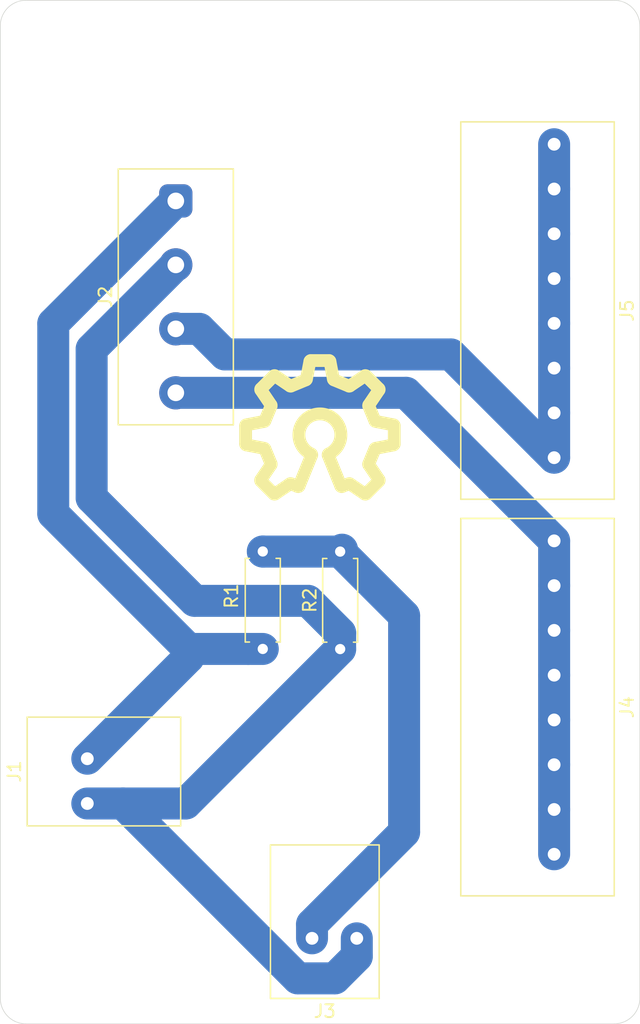
<source format=kicad_pcb>
(kicad_pcb (version 20171130) (host pcbnew "(5.1.4)-1")

  (general
    (thickness 1.6)
    (drawings 73)
    (tracks 48)
    (zones 0)
    (modules 11)
    (nets 6)
  )

  (page A4)
  (layers
    (0 F.Cu signal hide)
    (31 B.Cu signal)
    (33 F.Adhes user hide)
    (35 F.Paste user hide)
    (37 F.SilkS user)
    (39 F.Mask user hide)
    (40 Dwgs.User user hide)
    (41 Cmts.User user hide)
    (42 Eco1.User user hide)
    (43 Eco2.User user hide)
    (44 Edge.Cuts user)
    (45 Margin user hide)
    (46 B.CrtYd user hide)
    (47 F.CrtYd user hide)
    (49 F.Fab user hide)
  )

  (setup
    (last_trace_width 2.5)
    (trace_clearance 0.5)
    (zone_clearance 0.508)
    (zone_45_only no)
    (trace_min 0.2)
    (via_size 0.8)
    (via_drill 0.4)
    (via_min_size 0.4)
    (via_min_drill 0.3)
    (uvia_size 0.3)
    (uvia_drill 0.1)
    (uvias_allowed no)
    (uvia_min_size 0.2)
    (uvia_min_drill 0.1)
    (edge_width 0.05)
    (segment_width 0.2)
    (pcb_text_width 0.3)
    (pcb_text_size 1.5 1.5)
    (mod_edge_width 0.12)
    (mod_text_size 1 1)
    (mod_text_width 0.15)
    (pad_size 3.2 3.2)
    (pad_drill 3.2)
    (pad_to_mask_clearance 0.051)
    (solder_mask_min_width 0.25)
    (aux_axis_origin 0 0)
    (grid_origin 90.57 40.08)
    (visible_elements 7FFFFFFF)
    (pcbplotparams
      (layerselection 0x010fc_ffffffff)
      (usegerberextensions false)
      (usegerberattributes false)
      (usegerberadvancedattributes false)
      (creategerberjobfile false)
      (excludeedgelayer true)
      (linewidth 0.100000)
      (plotframeref false)
      (viasonmask false)
      (mode 1)
      (useauxorigin false)
      (hpglpennumber 1)
      (hpglpenspeed 20)
      (hpglpendiameter 15.000000)
      (psnegative false)
      (psa4output false)
      (plotreference true)
      (plotvalue true)
      (plotinvisibletext false)
      (padsonsilk false)
      (subtractmaskfromsilk false)
      (outputformat 1)
      (mirror false)
      (drillshape 1)
      (scaleselection 1)
      (outputdirectory ""))
  )

  (net 0 "")
  (net 1 "Net-(J1-Pad2)")
  (net 2 "Net-(J1-Pad1)")
  (net 3 "Net-(J2-Pad3)")
  (net 4 "Net-(J2-Pad4)")
  (net 5 "Net-(J3-Pad1)")

  (net_class Default "This is the default net class."
    (clearance 0.5)
    (trace_width 2.5)
    (via_dia 0.8)
    (via_drill 0.4)
    (uvia_dia 0.3)
    (uvia_drill 0.1)
    (add_net "Net-(J1-Pad1)")
    (add_net "Net-(J1-Pad2)")
    (add_net "Net-(J2-Pad3)")
    (add_net "Net-(J2-Pad4)")
    (add_net "Net-(J3-Pad1)")
  )

  (net_class Power ""
    (clearance 0.5)
    (trace_width 2.5)
    (via_dia 0.8)
    (via_drill 0.4)
    (uvia_dia 0.3)
    (uvia_drill 0.1)
  )

  (module MountingHole:MountingHole_3.2mm_M3 (layer F.Cu) (tedit 56D1B4CB) (tstamp 5E2D1DAE)
    (at 94.57 116.08)
    (descr "Mounting Hole 3.2mm, no annular, M3")
    (tags "mounting hole 3.2mm no annular m3")
    (attr virtual)
    (fp_text reference REF** (at 0 -4.2) (layer F.SilkS) hide
      (effects (font (size 1 1) (thickness 0.15)))
    )
    (fp_text value MountingHole_3.2mm_M3 (at 0 4.2) (layer F.Fab)
      (effects (font (size 1 1) (thickness 0.15)))
    )
    (fp_circle (center 0 0) (end 3.45 0) (layer F.CrtYd) (width 0.05))
    (fp_circle (center 0 0) (end 3.2 0) (layer Cmts.User) (width 0.15))
    (fp_text user %R (at 0.3 0) (layer F.Fab)
      (effects (font (size 1 1) (thickness 0.15)))
    )
    (pad 1 np_thru_hole circle (at 0 0) (size 3.2 3.2) (drill 3.2) (layers *.Cu *.Mask))
  )

  (module MountingHole:MountingHole_3.2mm_M3 (layer F.Cu) (tedit 56D1B4CB) (tstamp 5E2D1D91)
    (at 136.57 116.08)
    (descr "Mounting Hole 3.2mm, no annular, M3")
    (tags "mounting hole 3.2mm no annular m3")
    (attr virtual)
    (fp_text reference REF** (at 0 -4.2) (layer F.SilkS) hide
      (effects (font (size 1 1) (thickness 0.15)))
    )
    (fp_text value MountingHole_3.2mm_M3 (at 0 4.2) (layer F.Fab)
      (effects (font (size 1 1) (thickness 0.15)))
    )
    (fp_circle (center 0 0) (end 3.45 0) (layer F.CrtYd) (width 0.05))
    (fp_circle (center 0 0) (end 3.2 0) (layer Cmts.User) (width 0.15))
    (fp_text user %R (at 0.3 0) (layer F.Fab)
      (effects (font (size 1 1) (thickness 0.15)))
    )
    (pad 1 np_thru_hole circle (at 0 0) (size 3.2 3.2) (drill 3.2) (layers *.Cu *.Mask))
  )

  (module MountingHole:MountingHole_3.2mm_M3 (layer F.Cu) (tedit 56D1B4CB) (tstamp 5E2D1D74)
    (at 136.57 44.08)
    (descr "Mounting Hole 3.2mm, no annular, M3")
    (tags "mounting hole 3.2mm no annular m3")
    (attr virtual)
    (fp_text reference REF** (at 0 -4.2) (layer F.SilkS) hide
      (effects (font (size 1 1) (thickness 0.15)))
    )
    (fp_text value MountingHole_3.2mm_M3 (at 0 4.2) (layer F.Fab)
      (effects (font (size 1 1) (thickness 0.15)))
    )
    (fp_circle (center 0 0) (end 3.45 0) (layer F.CrtYd) (width 0.05))
    (fp_circle (center 0 0) (end 3.2 0) (layer Cmts.User) (width 0.15))
    (fp_text user %R (at 0.3 0) (layer F.Fab)
      (effects (font (size 1 1) (thickness 0.15)))
    )
    (pad 1 np_thru_hole circle (at 0 0) (size 3.2 3.2) (drill 3.2) (layers *.Cu *.Mask))
  )

  (module MountingHole:MountingHole_3.2mm_M3 (layer F.Cu) (tedit 56D1B4CB) (tstamp 5E2D1D50)
    (at 94.57 44.08)
    (descr "Mounting Hole 3.2mm, no annular, M3")
    (tags "mounting hole 3.2mm no annular m3")
    (attr virtual)
    (fp_text reference REF** (at 0 -4.2) (layer F.SilkS) hide
      (effects (font (size 1 1) (thickness 0.15)))
    )
    (fp_text value MountingHole_3.2mm_M3 (at 0 4.2) (layer F.Fab)
      (effects (font (size 1 1) (thickness 0.15)))
    )
    (fp_circle (center 0 0) (end 3.45 0) (layer F.CrtYd) (width 0.05))
    (fp_circle (center 0 0) (end 3.2 0) (layer Cmts.User) (width 0.15))
    (fp_text user %R (at 0.3 0) (layer F.Fab)
      (effects (font (size 1 1) (thickness 0.15)))
    )
    (pad 1 np_thru_hole circle (at 0 0) (size 3.2 3.2) (drill 3.2) (layers *.Cu *.Mask))
  )

  (module Resistor_THT:R_Axial_DIN0207_L6.3mm_D2.5mm_P7.62mm_Horizontal (layer F.Cu) (tedit 5AE5139B) (tstamp 5E2D0F55)
    (at 117.14 90.79 90)
    (descr "Resistor, Axial_DIN0207 series, Axial, Horizontal, pin pitch=7.62mm, 0.25W = 1/4W, length*diameter=6.3*2.5mm^2, http://cdn-reichelt.de/documents/datenblatt/B400/1_4W%23YAG.pdf")
    (tags "Resistor Axial_DIN0207 series Axial Horizontal pin pitch 7.62mm 0.25W = 1/4W length 6.3mm diameter 2.5mm")
    (path /5E16F2AA)
    (fp_text reference R2 (at 3.81 -2.37 90) (layer F.SilkS)
      (effects (font (size 1 1) (thickness 0.15)))
    )
    (fp_text value 100k (at 10 -0.8 90) (layer F.Fab)
      (effects (font (size 1 1) (thickness 0.15)))
    )
    (fp_text user %R (at 3.81 0 90) (layer F.Fab)
      (effects (font (size 1 1) (thickness 0.15)))
    )
    (fp_line (start 8.67 -1.5) (end -1.05 -1.5) (layer F.CrtYd) (width 0.05))
    (fp_line (start 8.67 1.5) (end 8.67 -1.5) (layer F.CrtYd) (width 0.05))
    (fp_line (start -1.05 1.5) (end 8.67 1.5) (layer F.CrtYd) (width 0.05))
    (fp_line (start -1.05 -1.5) (end -1.05 1.5) (layer F.CrtYd) (width 0.05))
    (fp_line (start 7.08 1.37) (end 7.08 1.04) (layer F.SilkS) (width 0.12))
    (fp_line (start 0.54 1.37) (end 7.08 1.37) (layer F.SilkS) (width 0.12))
    (fp_line (start 0.54 1.04) (end 0.54 1.37) (layer F.SilkS) (width 0.12))
    (fp_line (start 7.08 -1.37) (end 7.08 -1.04) (layer F.SilkS) (width 0.12))
    (fp_line (start 0.54 -1.37) (end 7.08 -1.37) (layer F.SilkS) (width 0.12))
    (fp_line (start 0.54 -1.04) (end 0.54 -1.37) (layer F.SilkS) (width 0.12))
    (fp_line (start 7.62 0) (end 6.96 0) (layer F.Fab) (width 0.1))
    (fp_line (start 0 0) (end 0.66 0) (layer F.Fab) (width 0.1))
    (fp_line (start 6.96 -1.25) (end 0.66 -1.25) (layer F.Fab) (width 0.1))
    (fp_line (start 6.96 1.25) (end 6.96 -1.25) (layer F.Fab) (width 0.1))
    (fp_line (start 0.66 1.25) (end 6.96 1.25) (layer F.Fab) (width 0.1))
    (fp_line (start 0.66 -1.25) (end 0.66 1.25) (layer F.Fab) (width 0.1))
    (pad 2 thru_hole oval (at 7.62 0 90) (size 1.6 1.6) (drill 0.8) (layers *.Cu *.Mask)
      (net 5 "Net-(J3-Pad1)"))
    (pad 1 thru_hole circle (at 0 0 90) (size 1.6 1.6) (drill 0.8) (layers *.Cu *.Mask)
      (net 1 "Net-(J1-Pad2)"))
    (model ${KISYS3DMOD}/Resistor_THT.3dshapes/R_Axial_DIN0207_L6.3mm_D2.5mm_P7.62mm_Horizontal.wrl
      (at (xyz 0 0 0))
      (scale (xyz 1 1 1))
      (rotate (xyz 0 0 0))
    )
  )

  (module OSHEGrowbotBotPDB:pxc_1935792_01_PT-2-5-4-5-0-H (layer F.Cu) (tedit 5E2D221D) (tstamp 5E2D0EF3)
    (at 99.79 53.26 270)
    (tags "Phonenix Contact")
    (path /5E15CC8C)
    (fp_text reference J2 (at 10 1 90) (layer F.SilkS)
      (effects (font (size 1 1) (thickness 0.15)))
    )
    (fp_text value "5V Regulator" (at 10 -10 90) (layer F.Fab)
      (effects (font (size 1 1) (thickness 0.15)))
    )
    (fp_line (start 0 -9) (end 0 0) (layer F.SilkS) (width 0.12))
    (fp_line (start 20 -9) (end 0 -9) (layer F.SilkS) (width 0.12))
    (fp_line (start 20 0) (end 20 -9) (layer F.SilkS) (width 0.12))
    (fp_line (start 0 0) (end 20 0) (layer F.SilkS) (width 0.12))
    (pad 4 thru_hole circle (at 17.5 -4.5 270) (size 2.6 2.6) (drill 1.3) (layers *.Cu *.Mask)
      (net 4 "Net-(J2-Pad4)"))
    (pad 3 thru_hole circle (at 12.5 -4.5 270) (size 2.6 2.6) (drill 1.3) (layers *.Cu *.Mask)
      (net 3 "Net-(J2-Pad3)"))
    (pad 2 thru_hole circle (at 7.5 -4.5 270) (size 2.6 2.6) (drill 1.3) (layers *.Cu *.Mask)
      (net 1 "Net-(J1-Pad2)"))
    (pad 1 thru_hole roundrect (at 2.5 -4.5 270) (size 2.6 2.6) (drill 1.3) (layers *.Cu *.Mask) (roundrect_rratio 0.25)
      (net 2 "Net-(J1-Pad1)"))
    (model "${KIPRJMOD}/3D Models/pxc_1935792_01_PT-2-5-4-5-0-H_3D.stp"
      (offset (xyz 19 55.2 -15.5))
      (scale (xyz 1 1 1))
      (rotate (xyz 90 180 -90))
    )
  )

  (module OSHEGrowbotBotPDB:pxc_1984963_04_PTSA-1-5-2-3-5-F (layer F.Cu) (tedit 5E2D22B6) (tstamp 5E2D0EFD)
    (at 111.69 118.1)
    (tags "Phonenix Contact")
    (path /5E16B3EF)
    (fp_text reference J3 (at 4.25 1) (layer F.SilkS)
      (effects (font (size 1 1) (thickness 0.15)))
    )
    (fp_text value "Voltage Sense" (at 4.25 -13) (layer F.Fab)
      (effects (font (size 1 1) (thickness 0.15)))
    )
    (fp_line (start 0 -12) (end 0 0) (layer F.SilkS) (width 0.12))
    (fp_line (start 8.5 -12) (end 0 -12) (layer F.SilkS) (width 0.12))
    (fp_line (start 8.5 0) (end 8.5 -12) (layer F.SilkS) (width 0.12))
    (fp_line (start 0 0) (end 8.5 0) (layer F.SilkS) (width 0.12))
    (pad 2 thru_hole circle (at 6.75 -4.7) (size 2 2) (drill 1) (layers *.Cu *.Mask)
      (net 1 "Net-(J1-Pad2)"))
    (pad 1 thru_hole roundrect (at 3.25 -4.7) (size 2 2) (drill 1) (layers *.Cu *.Mask) (roundrect_rratio 0.25)
      (net 5 "Net-(J3-Pad1)"))
    (model "${KIPRJMOD}/3D Models/pxc_1984963_04_PTSA-1-5-2-3-5-F_3D.stp"
      (offset (xyz 0 12 0))
      (scale (xyz 1 1 1))
      (rotate (xyz 90 180 -90))
    )
  )

  (module OSHEGrowbotBotPDB:pxc_1985027_04_PTSA-1-5-8-3-5-F (layer F.Cu) (tedit 5E2D2300) (tstamp 5E2D0F0D)
    (at 138.57 110.08 90)
    (tags "Phonenix Contact")
    (path /5E1557B9)
    (fp_text reference J4 (at 14.75 1 90) (layer F.SilkS)
      (effects (font (size 1 1) (thickness 0.15)))
    )
    (fp_text value "5V Rail" (at 14.75 -13 90) (layer F.Fab)
      (effects (font (size 1 1) (thickness 0.15)))
    )
    (fp_line (start 0 -12) (end 0 0) (layer F.SilkS) (width 0.12))
    (fp_line (start 29.5 -12) (end 0 -12) (layer F.SilkS) (width 0.12))
    (fp_line (start 29.5 0) (end 29.5 -12) (layer F.SilkS) (width 0.12))
    (fp_line (start 0 0) (end 29.5 0) (layer F.SilkS) (width 0.12))
    (pad 8 thru_hole circle (at 27.75 -4.7 90) (size 2 2) (drill 1) (layers *.Cu *.Mask)
      (net 4 "Net-(J2-Pad4)"))
    (pad 7 thru_hole circle (at 24.25 -4.7 90) (size 2 2) (drill 1) (layers *.Cu *.Mask)
      (net 4 "Net-(J2-Pad4)"))
    (pad 6 thru_hole circle (at 20.75 -4.7 90) (size 2 2) (drill 1) (layers *.Cu *.Mask)
      (net 4 "Net-(J2-Pad4)"))
    (pad 5 thru_hole circle (at 17.25 -4.7 90) (size 2 2) (drill 1) (layers *.Cu *.Mask)
      (net 4 "Net-(J2-Pad4)"))
    (pad 4 thru_hole circle (at 13.75 -4.7 90) (size 2 2) (drill 1) (layers *.Cu *.Mask)
      (net 4 "Net-(J2-Pad4)"))
    (pad 3 thru_hole circle (at 10.25 -4.7 90) (size 2 2) (drill 1) (layers *.Cu *.Mask)
      (net 4 "Net-(J2-Pad4)"))
    (pad 2 thru_hole circle (at 6.75 -4.7 90) (size 2 2) (drill 1) (layers *.Cu *.Mask)
      (net 4 "Net-(J2-Pad4)"))
    (pad 1 thru_hole roundrect (at 3.25 -4.7 90) (size 2 2) (drill 1) (layers *.Cu *.Mask) (roundrect_rratio 0.25)
      (net 4 "Net-(J2-Pad4)"))
    (model "${KIPRJMOD}/3D Models/pxc_1985027_04_PTSA-1-5-8-3-5-F_3D.stp"
      (offset (xyz 0 12 0))
      (scale (xyz 1 1 1))
      (rotate (xyz 90 180 -90))
    )
  )

  (module OSHEGrowbotBotPDB:pxc_1985027_04_PTSA-1-5-8-3-5-F (layer F.Cu) (tedit 5E2D2300) (tstamp 5E2D0F1D)
    (at 138.57 79.08 90)
    (tags "Phonenix Contact")
    (path /5E157663)
    (fp_text reference J5 (at 14.75 1 90) (layer F.SilkS)
      (effects (font (size 1 1) (thickness 0.15)))
    )
    (fp_text value "Ground Rail" (at 14.75 -13 90) (layer F.Fab)
      (effects (font (size 1 1) (thickness 0.15)))
    )
    (fp_line (start 0 -12) (end 0 0) (layer F.SilkS) (width 0.12))
    (fp_line (start 29.5 -12) (end 0 -12) (layer F.SilkS) (width 0.12))
    (fp_line (start 29.5 0) (end 29.5 -12) (layer F.SilkS) (width 0.12))
    (fp_line (start 0 0) (end 29.5 0) (layer F.SilkS) (width 0.12))
    (pad 8 thru_hole circle (at 27.75 -4.7 90) (size 2 2) (drill 1) (layers *.Cu *.Mask)
      (net 3 "Net-(J2-Pad3)"))
    (pad 7 thru_hole circle (at 24.25 -4.7 90) (size 2 2) (drill 1) (layers *.Cu *.Mask)
      (net 3 "Net-(J2-Pad3)"))
    (pad 6 thru_hole circle (at 20.75 -4.7 90) (size 2 2) (drill 1) (layers *.Cu *.Mask)
      (net 3 "Net-(J2-Pad3)"))
    (pad 5 thru_hole circle (at 17.25 -4.7 90) (size 2 2) (drill 1) (layers *.Cu *.Mask)
      (net 3 "Net-(J2-Pad3)"))
    (pad 4 thru_hole circle (at 13.75 -4.7 90) (size 2 2) (drill 1) (layers *.Cu *.Mask)
      (net 3 "Net-(J2-Pad3)"))
    (pad 3 thru_hole circle (at 10.25 -4.7 90) (size 2 2) (drill 1) (layers *.Cu *.Mask)
      (net 3 "Net-(J2-Pad3)"))
    (pad 2 thru_hole circle (at 6.75 -4.7 90) (size 2 2) (drill 1) (layers *.Cu *.Mask)
      (net 3 "Net-(J2-Pad3)"))
    (pad 1 thru_hole roundrect (at 3.25 -4.7 90) (size 2 2) (drill 1) (layers *.Cu *.Mask) (roundrect_rratio 0.25)
      (net 3 "Net-(J2-Pad3)"))
    (model "${KIPRJMOD}/3D Models/pxc_1985027_04_PTSA-1-5-8-3-5-F_3D.stp"
      (offset (xyz 0 12 0))
      (scale (xyz 1 1 1))
      (rotate (xyz 90 180 -90))
    )
  )

  (module Resistor_THT:R_Axial_DIN0207_L6.3mm_D2.5mm_P7.62mm_Horizontal (layer F.Cu) (tedit 5AE5139B) (tstamp 5E2D0F3E)
    (at 111.09 83.16 270)
    (descr "Resistor, Axial_DIN0207 series, Axial, Horizontal, pin pitch=7.62mm, 0.25W = 1/4W, length*diameter=6.3*2.5mm^2, http://cdn-reichelt.de/documents/datenblatt/B400/1_4W%23YAG.pdf")
    (tags "Resistor Axial_DIN0207 series Axial Horizontal pin pitch 7.62mm 0.25W = 1/4W length 6.3mm diameter 2.5mm")
    (path /5E16D7F7)
    (fp_text reference R1 (at 3.49 2.45 90) (layer F.SilkS)
      (effects (font (size 1 1) (thickness 0.15)))
    )
    (fp_text value 1M (at -2.38 0.72 90) (layer F.Fab)
      (effects (font (size 1 1) (thickness 0.15)))
    )
    (fp_text user %R (at 3.81 0 90) (layer F.Fab)
      (effects (font (size 1 1) (thickness 0.15)))
    )
    (fp_line (start 8.67 -1.5) (end -1.05 -1.5) (layer F.CrtYd) (width 0.05))
    (fp_line (start 8.67 1.5) (end 8.67 -1.5) (layer F.CrtYd) (width 0.05))
    (fp_line (start -1.05 1.5) (end 8.67 1.5) (layer F.CrtYd) (width 0.05))
    (fp_line (start -1.05 -1.5) (end -1.05 1.5) (layer F.CrtYd) (width 0.05))
    (fp_line (start 7.08 1.37) (end 7.08 1.04) (layer F.SilkS) (width 0.12))
    (fp_line (start 0.54 1.37) (end 7.08 1.37) (layer F.SilkS) (width 0.12))
    (fp_line (start 0.54 1.04) (end 0.54 1.37) (layer F.SilkS) (width 0.12))
    (fp_line (start 7.08 -1.37) (end 7.08 -1.04) (layer F.SilkS) (width 0.12))
    (fp_line (start 0.54 -1.37) (end 7.08 -1.37) (layer F.SilkS) (width 0.12))
    (fp_line (start 0.54 -1.04) (end 0.54 -1.37) (layer F.SilkS) (width 0.12))
    (fp_line (start 7.62 0) (end 6.96 0) (layer F.Fab) (width 0.1))
    (fp_line (start 0 0) (end 0.66 0) (layer F.Fab) (width 0.1))
    (fp_line (start 6.96 -1.25) (end 0.66 -1.25) (layer F.Fab) (width 0.1))
    (fp_line (start 6.96 1.25) (end 6.96 -1.25) (layer F.Fab) (width 0.1))
    (fp_line (start 0.66 1.25) (end 6.96 1.25) (layer F.Fab) (width 0.1))
    (fp_line (start 0.66 -1.25) (end 0.66 1.25) (layer F.Fab) (width 0.1))
    (pad 2 thru_hole oval (at 7.62 0 270) (size 1.6 1.6) (drill 0.8) (layers *.Cu *.Mask)
      (net 2 "Net-(J1-Pad1)"))
    (pad 1 thru_hole circle (at 0 0 270) (size 1.6 1.6) (drill 0.8) (layers *.Cu *.Mask)
      (net 5 "Net-(J3-Pad1)"))
    (model ${KISYS3DMOD}/Resistor_THT.3dshapes/R_Axial_DIN0207_L6.3mm_D2.5mm_P7.62mm_Horizontal.wrl
      (at (xyz 0 0 0))
      (scale (xyz 1 1 1))
      (rotate (xyz 0 0 0))
    )
  )

  (module OSHEGrowbotBotPDB:pxc_1984963_04_PTSA-1-5-2-3-5-F (layer F.Cu) (tedit 5E2D22B6) (tstamp 5E2EC162)
    (at 92.67 96.11 270)
    (tags "Phonenix Contact")
    (path /5E15B7B2)
    (fp_text reference J1 (at 4.25 1 90) (layer F.SilkS)
      (effects (font (size 1 1) (thickness 0.15)))
    )
    (fp_text value Battery (at 4.25 -13 90) (layer F.Fab)
      (effects (font (size 1 1) (thickness 0.15)))
    )
    (fp_line (start 0 0) (end 8.5 0) (layer F.SilkS) (width 0.12))
    (fp_line (start 8.5 0) (end 8.5 -12) (layer F.SilkS) (width 0.12))
    (fp_line (start 8.5 -12) (end 0 -12) (layer F.SilkS) (width 0.12))
    (fp_line (start 0 -12) (end 0 0) (layer F.SilkS) (width 0.12))
    (pad 1 thru_hole roundrect (at 3.25 -4.7 270) (size 2 2) (drill 1) (layers *.Cu *.Mask) (roundrect_rratio 0.25)
      (net 2 "Net-(J1-Pad1)"))
    (pad 2 thru_hole circle (at 6.75 -4.7 270) (size 2 2) (drill 1) (layers *.Cu *.Mask)
      (net 1 "Net-(J1-Pad2)"))
    (model "${KIPRJMOD}/3D Models/pxc_1984963_04_PTSA-1-5-2-3-5-F_3D.stp"
      (offset (xyz 0 12 0))
      (scale (xyz 1 1 1))
      (rotate (xyz 90 180 -90))
    )
  )

  (gr_line (start 117.822193 77.864384) (end 117.287745 78.08576) (layer F.SilkS) (width 1))
  (gr_arc (start 116.275098 75.606633) (end 116.24374 75.538503) (angle -87.49537326) (layer F.SilkS) (width 1))
  (gr_line (start 119.068303 78.666761) (end 117.892921 77.871556) (layer F.SilkS) (width 1))
  (gr_arc (start 117.259044 78.016469) (end 117.189609 78.04482) (angle -90.2895947) (layer F.SilkS) (width 1))
  (gr_arc (start 117.850894 77.933675) (end 117.892921 77.871556) (angle -56.58031138) (layer F.SilkS) (width 1))
  (gr_arc (start 119.11033 78.604642) (end 119.068303 78.666761) (angle -79.08031138) (layer F.SilkS) (width 1))
  (gr_line (start 117.189609 78.04482) (end 116.205662 75.634984) (layer F.SilkS) (width 1))
  (gr_arc (start 115.557526 74.047599) (end 116.24374 75.538503) (angle -310.5699359) (layer F.SilkS) (width 1))
  (gr_line (start 112.046749 69.428437) (end 113.222132 70.223642) (layer F.SilkS) (width 1))
  (gr_line (start 121.367054 73.337495) (end 121.367054 74.757704) (layer F.SilkS) (width 1))
  (gr_line (start 110.94745 70.441762) (end 111.95169 69.437523) (layer F.SilkS) (width 1))
  (gr_arc (start 119.927053 75.173814) (end 119.912846 75.100172) (angle -56.58031138) (layer F.SilkS) (width 1))
  (gr_line (start 121.306261 74.831346) (end 119.912846 75.100172) (layer F.SilkS) (width 1))
  (gr_line (start 119.912846 72.995027) (end 121.306261 73.263853) (layer F.SilkS) (width 1))
  (gr_arc (start 119.927053 72.921385) (end 119.857762 72.950086) (angle -56.58031138) (layer F.SilkS) (width 1))
  (gr_arc (start 119.443602 71.754231) (end 119.381483 71.712205) (angle -56.58031138) (layer F.SilkS) (width 1))
  (gr_arc (start 111.67145 76.340967) (end 111.733569 76.382994) (angle -56.58031138) (layer F.SilkS) (width 1))
  (gr_line (start 120.176688 70.536822) (end 119.381483 71.712205) (layer F.SilkS) (width 1))
  (gr_arc (start 119.11033 69.490556) (end 119.163363 69.437523) (angle -79.08031138) (layer F.SilkS) (width 1))
  (gr_arc (start 111.67145 71.754231) (end 111.740741 71.782932) (angle -56.58031138) (layer F.SilkS) (width 1))
  (gr_line (start 116.341273 68.298864) (end 116.610099 69.69228) (layer F.SilkS) (width 1))
  (gr_arc (start 116.683741 69.678072) (end 116.610099 69.69228) (angle -56.58031138) (layer F.SilkS) (width 1))
  (gr_arc (start 116.267631 68.313072) (end 116.341273 68.298864) (angle -79.08031138) (layer F.SilkS) (width 1))
  (gr_line (start 111.733569 71.712205) (end 110.938364 70.536822) (layer F.SilkS) (width 1))
  (gr_arc (start 111.000483 70.494795) (end 110.94745 70.441762) (angle -79.08031138) (layer F.SilkS) (width 1))
  (gr_line (start 111.257291 72.950086) (end 111.740741 71.782932) (layer F.SilkS) (width 1))
  (gr_arc (start 111.188 72.921385) (end 111.202207 72.995027) (angle -56.58031138) (layer F.SilkS) (width 1))
  (gr_line (start 113.222132 77.871556) (end 112.046749 78.666761) (layer F.SilkS) (width 1))
  (gr_line (start 111.95169 78.657675) (end 110.94745 77.653436) (layer F.SilkS) (width 1))
  (gr_arc (start 109.822999 73.337495) (end 109.808791 73.263853) (angle -79.08031138) (layer F.SilkS) (width 1))
  (gr_line (start 109.808791 73.263853) (end 111.202207 72.995027) (layer F.SilkS) (width 1))
  (gr_line (start 109.747999 74.757704) (end 109.747999 73.337495) (layer F.SilkS) (width 1))
  (gr_arc (start 109.822999 74.757704) (end 109.747999 74.757704) (angle -79.08031138) (layer F.SilkS) (width 1))
  (gr_arc (start 113.856009 78.016469) (end 113.827308 78.08576) (angle -90.2895947) (layer F.SilkS) (width 1))
  (gr_arc (start 111.000483 77.600403) (end 110.938364 77.558376) (angle -79.08031138) (layer F.SilkS) (width 1))
  (gr_arc (start 112.004723 78.604642) (end 111.95169 78.657675) (angle -79.08031138) (layer F.SilkS) (width 1))
  (gr_arc (start 117.850894 70.161523) (end 117.822193 70.230814) (angle -56.58031138) (layer F.SilkS) (width 1))
  (gr_line (start 111.740741 76.312266) (end 111.257291 75.145113) (layer F.SilkS) (width 1))
  (gr_arc (start 113.264158 77.933675) (end 113.29286 77.864384) (angle -56.58031138) (layer F.SilkS) (width 1))
  (gr_line (start 114.847422 68.238072) (end 116.267631 68.238072) (layer F.SilkS) (width 1))
  (gr_line (start 111.202207 75.100172) (end 109.808791 74.831346) (layer F.SilkS) (width 1))
  (gr_line (start 113.827308 78.08576) (end 113.29286 77.864384) (layer F.SilkS) (width 1))
  (gr_line (start 120.167602 77.653436) (end 119.163363 78.657675) (layer F.SilkS) (width 1))
  (gr_arc (start 120.114569 77.600403) (end 120.167602 77.653436) (angle -79.08031138) (layer F.SilkS) (width 1))
  (gr_line (start 119.381483 76.382994) (end 120.176688 77.558376) (layer F.SilkS) (width 1))
  (gr_arc (start 121.292054 73.337495) (end 121.367054 73.337495) (angle -79.08031138) (layer F.SilkS) (width 1))
  (gr_line (start 116.65504 69.747363) (end 117.822193 70.230814) (layer F.SilkS) (width 1))
  (gr_arc (start 120.114569 70.494795) (end 120.176688 70.536822) (angle -79.08031138) (layer F.SilkS) (width 1))
  (gr_arc (start 111.188 75.173814) (end 111.257291 75.145113) (angle -56.58031138) (layer F.SilkS) (width 1))
  (gr_line (start 114.90939 75.634984) (end 113.925444 78.04482) (layer F.SilkS) (width 1))
  (gr_arc (start 114.839955 75.606633) (end 114.90939 75.634984) (angle -87.49537326) (layer F.SilkS) (width 1))
  (gr_line (start 119.163363 69.437523) (end 120.167602 70.441762) (layer F.SilkS) (width 1))
  (gr_line (start 117.892921 70.223642) (end 119.068303 69.428437) (layer F.SilkS) (width 1))
  (gr_line (start 113.29286 70.230814) (end 114.460013 69.747363) (layer F.SilkS) (width 1))
  (gr_arc (start 119.443602 76.340967) (end 119.374311 76.312266) (angle -56.58031138) (layer F.SilkS) (width 1))
  (gr_line (start 119.857762 75.145113) (end 119.374311 76.312266) (layer F.SilkS) (width 1))
  (gr_arc (start 121.292054 74.757704) (end 121.306261 74.831346) (angle -79.08031138) (layer F.SilkS) (width 1))
  (gr_line (start 119.374311 71.782932) (end 119.857762 72.950086) (layer F.SilkS) (width 1))
  (gr_arc (start 114.847422 68.313072) (end 114.847422 68.238072) (angle -79.08031138) (layer F.SilkS) (width 1))
  (gr_line (start 114.504954 69.69228) (end 114.77378 68.298864) (layer F.SilkS) (width 1))
  (gr_arc (start 114.431312 69.678072) (end 114.460013 69.747363) (angle -56.58031138) (layer F.SilkS) (width 1))
  (gr_arc (start 113.264158 70.161523) (end 113.222132 70.223642) (angle -56.58031138) (layer F.SilkS) (width 1))
  (gr_arc (start 112.004723 69.490556) (end 112.046749 69.428437) (angle -79.08031138) (layer F.SilkS) (width 1))
  (gr_line (start 110.938364 77.558376) (end 111.733569 76.382994) (layer F.SilkS) (width 1))
  (gr_line (start 138.57 120.08) (end 92.57 120.08) (layer Edge.Cuts) (width 0.05) (tstamp 5E2D206E))
  (gr_arc (start 92.57 118.08) (end 90.57 118.08) (angle -90) (layer Edge.Cuts) (width 0.05))
  (gr_line (start 90.57 42.08) (end 90.57 118.08) (layer Edge.Cuts) (width 0.05))
  (gr_arc (start 138.57 118.08) (end 138.57 120.08) (angle -90) (layer Edge.Cuts) (width 0.05))
  (gr_line (start 140.57 42.08) (end 140.57 118.08) (layer Edge.Cuts) (width 0.05))
  (gr_arc (start 138.57 42.08) (end 140.57 42.08) (angle -90) (layer Edge.Cuts) (width 0.05))
  (gr_line (start 92.57 40.08) (end 138.57 40.08) (layer Edge.Cuts) (width 0.05))
  (gr_arc (start 92.57 42.08) (end 92.57 40.08) (angle -90) (layer Edge.Cuts) (width 0.05))
  (dimension 76.693897 (width 0.12) (layer B.SilkS)
    (gr_text "76.694 mm" (at 160.987545 136.790585 357.6610184) (layer B.SilkS)
      (effects (font (size 1 1) (thickness 0.15)))
    )
    (feature1 (pts (xy 199.42 135.48) (xy 199.330443 137.672575)))
    (feature2 (pts (xy 122.79 132.35) (xy 122.700443 134.542575)))
    (crossbar (pts (xy 122.724376 133.956643) (xy 199.354376 137.086643)))
    (arrow1a (pts (xy 199.354376 137.086643) (xy 198.204878 137.626601)))
    (arrow1b (pts (xy 199.354376 137.086643) (xy 198.252744 136.454736)))
    (arrow2a (pts (xy 122.724376 133.956643) (xy 123.826008 134.58855)))
    (arrow2b (pts (xy 122.724376 133.956643) (xy 123.873874 133.416685)))
  )

  (segment (start 117.14 90.79) (end 117.14 89.53) (width 2.5) (layer B.Cu) (net 1))
  (segment (start 117.14 89.53) (end 114.63 87.02) (width 2.5) (layer B.Cu) (net 1))
  (segment (start 114.63 87.02) (end 105.76 87.02) (width 2.5) (layer B.Cu) (net 1))
  (segment (start 105.76 87.02) (end 97.71 78.97) (width 2.5) (layer B.Cu) (net 1))
  (segment (start 97.71 67.34) (end 104.29 60.76) (width 2.5) (layer B.Cu) (net 1))
  (segment (start 97.71 78.97) (end 97.71 67.34) (width 2.5) (layer B.Cu) (net 1))
  (segment (start 118.44 114.814213) (end 118.44 113.4) (width 2.5) (layer B.Cu) (net 1))
  (segment (start 116.724213 116.53) (end 118.44 114.814213) (width 2.5) (layer B.Cu) (net 1))
  (segment (start 113.827346 116.53) (end 116.724213 116.53) (width 2.5) (layer B.Cu) (net 1))
  (segment (start 97.37 102.86) (end 100.157346 102.86) (width 2.5) (layer B.Cu) (net 1))
  (segment (start 100.157346 102.86) (end 113.827346 116.53) (width 2.5) (layer B.Cu) (net 1))
  (segment (start 105.07 102.86) (end 117.14 90.79) (width 2.5) (layer B.Cu) (net 1))
  (segment (start 100.157346 102.86) (end 105.07 102.86) (width 2.5) (layer B.Cu) (net 1))
  (segment (start 109.95863 90.78) (end 111.09 90.78) (width 2.5) (layer B.Cu) (net 2))
  (segment (start 105.277346 90.78) (end 109.95863 90.78) (width 2.5) (layer B.Cu) (net 2))
  (segment (start 94.70999 80.212644) (end 105.277346 90.78) (width 2.5) (layer B.Cu) (net 2))
  (segment (start 94.70999 65.34001) (end 94.70999 80.212644) (width 2.5) (layer B.Cu) (net 2))
  (segment (start 104.29 55.76) (end 94.70999 65.34001) (width 2.5) (layer B.Cu) (net 2))
  (segment (start 105.277346 91.452654) (end 105.277346 90.78) (width 2.5) (layer B.Cu) (net 2))
  (segment (start 97.37 99.36) (end 105.277346 91.452654) (width 2.5) (layer B.Cu) (net 2))
  (segment (start 133.87 75.83) (end 133.87 72.33) (width 2.5) (layer B.Cu) (net 3))
  (segment (start 133.87 68.83) (end 133.87 65.33) (width 2.5) (layer B.Cu) (net 3))
  (segment (start 133.87 61.83) (end 133.87 58.33) (width 2.5) (layer B.Cu) (net 3))
  (segment (start 133.87 54.83) (end 133.87 51.33) (width 2.5) (layer B.Cu) (net 3))
  (segment (start 133.87 54.83) (end 133.87 58.33) (width 2.5) (layer B.Cu) (net 3))
  (segment (start 133.87 61.83) (end 133.87 65.33) (width 2.5) (layer B.Cu) (net 3))
  (segment (start 133.87 68.83) (end 133.87 72.33) (width 2.5) (layer B.Cu) (net 3))
  (segment (start 132.945737 74.905737) (end 133.87 75.83) (width 2.5) (layer B.Cu) (net 3))
  (segment (start 125.79999 67.75999) (end 132.945737 74.905737) (width 2.5) (layer B.Cu) (net 3))
  (segment (start 106.128477 65.76) (end 108.128467 67.75999) (width 2.5) (layer B.Cu) (net 3))
  (segment (start 104.29 65.76) (end 106.128477 65.76) (width 2.5) (layer B.Cu) (net 3))
  (segment (start 108.128467 67.75999) (end 125.79999 67.75999) (width 2.5) (layer B.Cu) (net 3))
  (segment (start 133.87 103.33) (end 133.87 106.83) (width 2.5) (layer B.Cu) (net 4))
  (segment (start 133.87 99.83) (end 133.87 96.33) (width 2.5) (layer B.Cu) (net 4))
  (segment (start 133.87 92.83) (end 133.87 89.33) (width 2.5) (layer B.Cu) (net 4))
  (segment (start 133.87 85.83) (end 133.87 82.33) (width 2.5) (layer B.Cu) (net 4))
  (segment (start 133.87 85.83) (end 133.87 89.33) (width 2.5) (layer B.Cu) (net 4))
  (segment (start 133.87 92.83) (end 133.87 96.33) (width 2.5) (layer B.Cu) (net 4))
  (segment (start 133.87 99.83) (end 133.87 103.33) (width 2.5) (layer B.Cu) (net 4))
  (segment (start 104.29 70.76) (end 122.3 70.76) (width 2.5) (layer B.Cu) (net 4))
  (segment (start 122.3 70.76) (end 133.87 82.33) (width 2.5) (layer B.Cu) (net 4))
  (segment (start 117.29 83.02) (end 117.14 83.17) (width 2.5) (layer B.Cu) (net 5))
  (segment (start 111.1 83.17) (end 111.09 83.16) (width 2.5) (layer B.Cu) (net 5))
  (segment (start 117.14 83.17) (end 111.1 83.17) (width 2.5) (layer B.Cu) (net 5))
  (segment (start 114.94 112.3) (end 122.14 105.1) (width 2.5) (layer B.Cu) (net 5))
  (segment (start 114.94 113.4) (end 114.94 112.3) (width 2.5) (layer B.Cu) (net 5))
  (segment (start 122.14 88.17) (end 117.14 83.17) (width 2.5) (layer B.Cu) (net 5))
  (segment (start 122.14 105.1) (end 122.14 88.17) (width 2.5) (layer B.Cu) (net 5))

)

</source>
